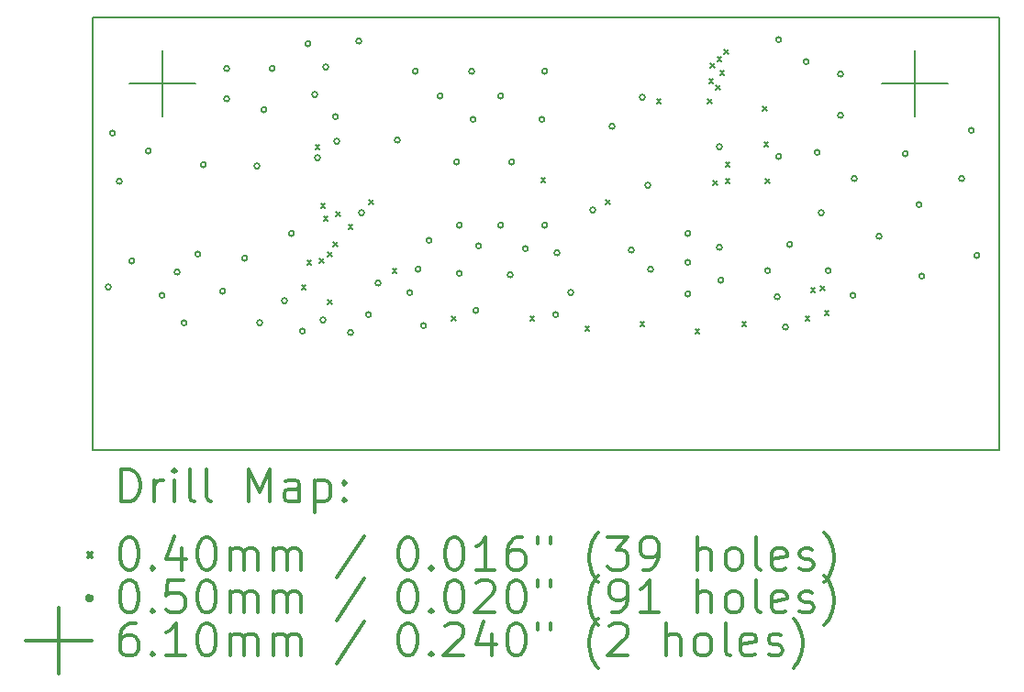
<source format=gbr>
%FSLAX45Y45*%
G04 Gerber Fmt 4.5, Leading zero omitted, Abs format (unit mm)*
G04 Created by KiCad (PCBNEW 4.0.7) date 07/02/21 11:45:39*
%MOMM*%
%LPD*%
G01*
G04 APERTURE LIST*
%ADD10C,0.127000*%
%ADD11C,0.150000*%
%ADD12C,0.200000*%
%ADD13C,0.300000*%
G04 APERTURE END LIST*
D10*
D11*
X8360000Y-4000000D02*
X0Y-4000000D01*
X8360000Y0D02*
X8360000Y-4000000D01*
X0Y0D02*
X8360000Y0D01*
X0Y-4000000D02*
X0Y0D01*
D12*
X1925300Y-2471300D02*
X1965300Y-2511300D01*
X1965300Y-2471300D02*
X1925300Y-2511300D01*
X1976100Y-2242700D02*
X2016100Y-2282700D01*
X2016100Y-2242700D02*
X1976100Y-2282700D01*
X2052300Y-1175900D02*
X2092300Y-1215900D01*
X2092300Y-1175900D02*
X2052300Y-1215900D01*
X2090400Y-2230000D02*
X2130400Y-2270000D01*
X2130400Y-2230000D02*
X2090400Y-2270000D01*
X2103100Y-1722000D02*
X2143100Y-1762000D01*
X2143100Y-1722000D02*
X2103100Y-1762000D01*
X2128500Y-1836300D02*
X2168500Y-1876300D01*
X2168500Y-1836300D02*
X2128500Y-1876300D01*
X2166600Y-2166500D02*
X2206600Y-2206500D01*
X2206600Y-2166500D02*
X2166600Y-2206500D01*
X2166600Y-2611000D02*
X2206600Y-2651000D01*
X2206600Y-2611000D02*
X2166600Y-2651000D01*
X2217400Y-2077600D02*
X2257400Y-2117600D01*
X2257400Y-2077600D02*
X2217400Y-2117600D01*
X2242800Y-1798200D02*
X2282800Y-1838200D01*
X2282800Y-1798200D02*
X2242800Y-1838200D01*
X2357100Y-1912500D02*
X2397100Y-1952500D01*
X2397100Y-1912500D02*
X2357100Y-1952500D01*
X2547600Y-1683900D02*
X2587600Y-1723900D01*
X2587600Y-1683900D02*
X2547600Y-1723900D01*
X2763500Y-2318900D02*
X2803500Y-2358900D01*
X2803500Y-2318900D02*
X2763500Y-2358900D01*
X3309600Y-2763400D02*
X3349600Y-2803400D01*
X3349600Y-2763400D02*
X3309600Y-2803400D01*
X4033500Y-2763400D02*
X4073500Y-2803400D01*
X4073500Y-2763400D02*
X4033500Y-2803400D01*
X4135100Y-1480700D02*
X4175100Y-1520700D01*
X4175100Y-1480700D02*
X4135100Y-1520700D01*
X4541500Y-2852300D02*
X4581500Y-2892300D01*
X4581500Y-2852300D02*
X4541500Y-2892300D01*
X4732000Y-1683900D02*
X4772000Y-1723900D01*
X4772000Y-1683900D02*
X4732000Y-1723900D01*
X5049500Y-2814200D02*
X5089500Y-2854200D01*
X5089500Y-2814200D02*
X5049500Y-2854200D01*
X5201900Y-756800D02*
X5241900Y-796800D01*
X5241900Y-756800D02*
X5201900Y-796800D01*
X5557500Y-2877700D02*
X5597500Y-2917700D01*
X5597500Y-2877700D02*
X5557500Y-2917700D01*
X5671800Y-756800D02*
X5711800Y-796800D01*
X5711800Y-756800D02*
X5671800Y-796800D01*
X5684500Y-566300D02*
X5724500Y-606300D01*
X5724500Y-566300D02*
X5684500Y-606300D01*
X5697200Y-426600D02*
X5737200Y-466600D01*
X5737200Y-426600D02*
X5697200Y-466600D01*
X5722600Y-1506100D02*
X5762600Y-1546100D01*
X5762600Y-1506100D02*
X5722600Y-1546100D01*
X5748000Y-629800D02*
X5788000Y-669800D01*
X5788000Y-629800D02*
X5748000Y-669800D01*
X5760700Y-363100D02*
X5800700Y-403100D01*
X5800700Y-363100D02*
X5760700Y-403100D01*
X5786100Y-490100D02*
X5826100Y-530100D01*
X5826100Y-490100D02*
X5786100Y-530100D01*
X5824200Y-299600D02*
X5864200Y-339600D01*
X5864200Y-299600D02*
X5824200Y-339600D01*
X5836900Y-1341000D02*
X5876900Y-1381000D01*
X5876900Y-1341000D02*
X5836900Y-1381000D01*
X5836900Y-1493400D02*
X5876900Y-1533400D01*
X5876900Y-1493400D02*
X5836900Y-1533400D01*
X5989300Y-2814200D02*
X6029300Y-2854200D01*
X6029300Y-2814200D02*
X5989300Y-2854200D01*
X6179800Y-820300D02*
X6219800Y-860300D01*
X6219800Y-820300D02*
X6179800Y-860300D01*
X6192500Y-1150500D02*
X6232500Y-1190500D01*
X6232500Y-1150500D02*
X6192500Y-1190500D01*
X6205200Y-1493400D02*
X6245200Y-1533400D01*
X6245200Y-1493400D02*
X6205200Y-1533400D01*
X6573500Y-2763400D02*
X6613500Y-2803400D01*
X6613500Y-2763400D02*
X6573500Y-2803400D01*
X6624300Y-2496700D02*
X6664300Y-2536700D01*
X6664300Y-2496700D02*
X6624300Y-2536700D01*
X6713200Y-2484000D02*
X6753200Y-2524000D01*
X6753200Y-2484000D02*
X6713200Y-2524000D01*
X6751300Y-2712600D02*
X6791300Y-2752600D01*
X6791300Y-2712600D02*
X6751300Y-2752600D01*
X166900Y-2491300D02*
G75*
G03X166900Y-2491300I-25000J0D01*
G01*
X205000Y-1068900D02*
G75*
G03X205000Y-1068900I-25000J0D01*
G01*
X268500Y-1513400D02*
G75*
G03X268500Y-1513400I-25000J0D01*
G01*
X382800Y-2250000D02*
G75*
G03X382800Y-2250000I-25000J0D01*
G01*
X535200Y-1234000D02*
G75*
G03X535200Y-1234000I-25000J0D01*
G01*
X662200Y-2567500D02*
G75*
G03X662200Y-2567500I-25000J0D01*
G01*
X801900Y-2351600D02*
G75*
G03X801900Y-2351600I-25000J0D01*
G01*
X865400Y-2821500D02*
G75*
G03X865400Y-2821500I-25000J0D01*
G01*
X992400Y-2186500D02*
G75*
G03X992400Y-2186500I-25000J0D01*
G01*
X1043200Y-1361000D02*
G75*
G03X1043200Y-1361000I-25000J0D01*
G01*
X1221000Y-2529400D02*
G75*
G03X1221000Y-2529400I-25000J0D01*
G01*
X1259100Y-472000D02*
G75*
G03X1259100Y-472000I-25000J0D01*
G01*
X1259100Y-751400D02*
G75*
G03X1259100Y-751400I-25000J0D01*
G01*
X1424200Y-2224600D02*
G75*
G03X1424200Y-2224600I-25000J0D01*
G01*
X1538500Y-1373700D02*
G75*
G03X1538500Y-1373700I-25000J0D01*
G01*
X1563900Y-2821500D02*
G75*
G03X1563900Y-2821500I-25000J0D01*
G01*
X1602000Y-853000D02*
G75*
G03X1602000Y-853000I-25000J0D01*
G01*
X1678200Y-472000D02*
G75*
G03X1678200Y-472000I-25000J0D01*
G01*
X1792500Y-2618300D02*
G75*
G03X1792500Y-2618300I-25000J0D01*
G01*
X1856000Y-1996000D02*
G75*
G03X1856000Y-1996000I-25000J0D01*
G01*
X1957600Y-2897700D02*
G75*
G03X1957600Y-2897700I-25000J0D01*
G01*
X2008400Y-243400D02*
G75*
G03X2008400Y-243400I-25000J0D01*
G01*
X2071900Y-713300D02*
G75*
G03X2071900Y-713300I-25000J0D01*
G01*
X2097300Y-1297500D02*
G75*
G03X2097300Y-1297500I-25000J0D01*
G01*
X2148100Y-2796100D02*
G75*
G03X2148100Y-2796100I-25000J0D01*
G01*
X2173500Y-459300D02*
G75*
G03X2173500Y-459300I-25000J0D01*
G01*
X2262400Y-916500D02*
G75*
G03X2262400Y-916500I-25000J0D01*
G01*
X2275100Y-1145100D02*
G75*
G03X2275100Y-1145100I-25000J0D01*
G01*
X2402100Y-2910400D02*
G75*
G03X2402100Y-2910400I-25000J0D01*
G01*
X2478300Y-218000D02*
G75*
G03X2478300Y-218000I-25000J0D01*
G01*
X2503700Y-1805500D02*
G75*
G03X2503700Y-1805500I-25000J0D01*
G01*
X2567200Y-2745300D02*
G75*
G03X2567200Y-2745300I-25000J0D01*
G01*
X2656100Y-2453200D02*
G75*
G03X2656100Y-2453200I-25000J0D01*
G01*
X2833900Y-1132400D02*
G75*
G03X2833900Y-1132400I-25000J0D01*
G01*
X2948200Y-2542100D02*
G75*
G03X2948200Y-2542100I-25000J0D01*
G01*
X2999000Y-497400D02*
G75*
G03X2999000Y-497400I-25000J0D01*
G01*
X3024400Y-2326200D02*
G75*
G03X3024400Y-2326200I-25000J0D01*
G01*
X3075200Y-2846900D02*
G75*
G03X3075200Y-2846900I-25000J0D01*
G01*
X3126000Y-2059500D02*
G75*
G03X3126000Y-2059500I-25000J0D01*
G01*
X3227600Y-726000D02*
G75*
G03X3227600Y-726000I-25000J0D01*
G01*
X3380000Y-1335600D02*
G75*
G03X3380000Y-1335600I-25000J0D01*
G01*
X3405400Y-1919800D02*
G75*
G03X3405400Y-1919800I-25000J0D01*
G01*
X3405400Y-2364300D02*
G75*
G03X3405400Y-2364300I-25000J0D01*
G01*
X3519700Y-497400D02*
G75*
G03X3519700Y-497400I-25000J0D01*
G01*
X3532400Y-941900D02*
G75*
G03X3532400Y-941900I-25000J0D01*
G01*
X3557800Y-2707200D02*
G75*
G03X3557800Y-2707200I-25000J0D01*
G01*
X3583200Y-2110300D02*
G75*
G03X3583200Y-2110300I-25000J0D01*
G01*
X3786400Y-726000D02*
G75*
G03X3786400Y-726000I-25000J0D01*
G01*
X3786400Y-1919800D02*
G75*
G03X3786400Y-1919800I-25000J0D01*
G01*
X3875300Y-2377000D02*
G75*
G03X3875300Y-2377000I-25000J0D01*
G01*
X3888000Y-1335600D02*
G75*
G03X3888000Y-1335600I-25000J0D01*
G01*
X4015000Y-2135700D02*
G75*
G03X4015000Y-2135700I-25000J0D01*
G01*
X4167400Y-941900D02*
G75*
G03X4167400Y-941900I-25000J0D01*
G01*
X4192800Y-497400D02*
G75*
G03X4192800Y-497400I-25000J0D01*
G01*
X4192800Y-1919800D02*
G75*
G03X4192800Y-1919800I-25000J0D01*
G01*
X4294400Y-2745300D02*
G75*
G03X4294400Y-2745300I-25000J0D01*
G01*
X4307100Y-2173800D02*
G75*
G03X4307100Y-2173800I-25000J0D01*
G01*
X4434100Y-2542100D02*
G75*
G03X4434100Y-2542100I-25000J0D01*
G01*
X4637300Y-1780100D02*
G75*
G03X4637300Y-1780100I-25000J0D01*
G01*
X4815100Y-1005400D02*
G75*
G03X4815100Y-1005400I-25000J0D01*
G01*
X4992900Y-2148400D02*
G75*
G03X4992900Y-2148400I-25000J0D01*
G01*
X5094500Y-738700D02*
G75*
G03X5094500Y-738700I-25000J0D01*
G01*
X5145300Y-1551500D02*
G75*
G03X5145300Y-1551500I-25000J0D01*
G01*
X5170700Y-2326200D02*
G75*
G03X5170700Y-2326200I-25000J0D01*
G01*
X5513600Y-1996000D02*
G75*
G03X5513600Y-1996000I-25000J0D01*
G01*
X5513600Y-2262700D02*
G75*
G03X5513600Y-2262700I-25000J0D01*
G01*
X5513600Y-2554800D02*
G75*
G03X5513600Y-2554800I-25000J0D01*
G01*
X5805700Y-1195900D02*
G75*
G03X5805700Y-1195900I-25000J0D01*
G01*
X5805700Y-2123000D02*
G75*
G03X5805700Y-2123000I-25000J0D01*
G01*
X5818400Y-2427800D02*
G75*
G03X5818400Y-2427800I-25000J0D01*
G01*
X6250200Y-2338900D02*
G75*
G03X6250200Y-2338900I-25000J0D01*
G01*
X6339100Y-2580200D02*
G75*
G03X6339100Y-2580200I-25000J0D01*
G01*
X6351800Y-205300D02*
G75*
G03X6351800Y-205300I-25000J0D01*
G01*
X6351800Y-1284800D02*
G75*
G03X6351800Y-1284800I-25000J0D01*
G01*
X6415300Y-2859600D02*
G75*
G03X6415300Y-2859600I-25000J0D01*
G01*
X6453400Y-2097600D02*
G75*
G03X6453400Y-2097600I-25000J0D01*
G01*
X6605800Y-408500D02*
G75*
G03X6605800Y-408500I-25000J0D01*
G01*
X6707400Y-1246700D02*
G75*
G03X6707400Y-1246700I-25000J0D01*
G01*
X6745500Y-1805500D02*
G75*
G03X6745500Y-1805500I-25000J0D01*
G01*
X6809000Y-2338900D02*
G75*
G03X6809000Y-2338900I-25000J0D01*
G01*
X6923300Y-522800D02*
G75*
G03X6923300Y-522800I-25000J0D01*
G01*
X6923300Y-903800D02*
G75*
G03X6923300Y-903800I-25000J0D01*
G01*
X7037600Y-2567500D02*
G75*
G03X7037600Y-2567500I-25000J0D01*
G01*
X7050300Y-1488000D02*
G75*
G03X7050300Y-1488000I-25000J0D01*
G01*
X7278900Y-2021400D02*
G75*
G03X7278900Y-2021400I-25000J0D01*
G01*
X7520200Y-1259400D02*
G75*
G03X7520200Y-1259400I-25000J0D01*
G01*
X7647200Y-1729300D02*
G75*
G03X7647200Y-1729300I-25000J0D01*
G01*
X7672600Y-2389700D02*
G75*
G03X7672600Y-2389700I-25000J0D01*
G01*
X8040900Y-1488000D02*
G75*
G03X8040900Y-1488000I-25000J0D01*
G01*
X8129800Y-1043500D02*
G75*
G03X8129800Y-1043500I-25000J0D01*
G01*
X8180600Y-2199200D02*
G75*
G03X8180600Y-2199200I-25000J0D01*
G01*
X640000Y-305000D02*
X640000Y-915000D01*
X335000Y-610000D02*
X945000Y-610000D01*
X7580000Y-305000D02*
X7580000Y-915000D01*
X7275000Y-610000D02*
X7885000Y-610000D01*
D13*
X263929Y-4473214D02*
X263929Y-4173214D01*
X335357Y-4173214D01*
X378214Y-4187500D01*
X406786Y-4216072D01*
X421071Y-4244643D01*
X435357Y-4301786D01*
X435357Y-4344643D01*
X421071Y-4401786D01*
X406786Y-4430357D01*
X378214Y-4458929D01*
X335357Y-4473214D01*
X263929Y-4473214D01*
X563929Y-4473214D02*
X563929Y-4273214D01*
X563929Y-4330357D02*
X578214Y-4301786D01*
X592500Y-4287500D01*
X621071Y-4273214D01*
X649643Y-4273214D01*
X749643Y-4473214D02*
X749643Y-4273214D01*
X749643Y-4173214D02*
X735357Y-4187500D01*
X749643Y-4201786D01*
X763928Y-4187500D01*
X749643Y-4173214D01*
X749643Y-4201786D01*
X935357Y-4473214D02*
X906786Y-4458929D01*
X892500Y-4430357D01*
X892500Y-4173214D01*
X1092500Y-4473214D02*
X1063929Y-4458929D01*
X1049643Y-4430357D01*
X1049643Y-4173214D01*
X1435357Y-4473214D02*
X1435357Y-4173214D01*
X1535357Y-4387500D01*
X1635357Y-4173214D01*
X1635357Y-4473214D01*
X1906786Y-4473214D02*
X1906786Y-4316072D01*
X1892500Y-4287500D01*
X1863928Y-4273214D01*
X1806786Y-4273214D01*
X1778214Y-4287500D01*
X1906786Y-4458929D02*
X1878214Y-4473214D01*
X1806786Y-4473214D01*
X1778214Y-4458929D01*
X1763928Y-4430357D01*
X1763928Y-4401786D01*
X1778214Y-4373214D01*
X1806786Y-4358929D01*
X1878214Y-4358929D01*
X1906786Y-4344643D01*
X2049643Y-4273214D02*
X2049643Y-4573214D01*
X2049643Y-4287500D02*
X2078214Y-4273214D01*
X2135357Y-4273214D01*
X2163929Y-4287500D01*
X2178214Y-4301786D01*
X2192500Y-4330357D01*
X2192500Y-4416072D01*
X2178214Y-4444643D01*
X2163929Y-4458929D01*
X2135357Y-4473214D01*
X2078214Y-4473214D01*
X2049643Y-4458929D01*
X2321071Y-4444643D02*
X2335357Y-4458929D01*
X2321071Y-4473214D01*
X2306786Y-4458929D01*
X2321071Y-4444643D01*
X2321071Y-4473214D01*
X2321071Y-4287500D02*
X2335357Y-4301786D01*
X2321071Y-4316072D01*
X2306786Y-4301786D01*
X2321071Y-4287500D01*
X2321071Y-4316072D01*
X-47500Y-4947500D02*
X-7500Y-4987500D01*
X-7500Y-4947500D02*
X-47500Y-4987500D01*
X321071Y-4803214D02*
X349643Y-4803214D01*
X378214Y-4817500D01*
X392500Y-4831786D01*
X406786Y-4860357D01*
X421071Y-4917500D01*
X421071Y-4988929D01*
X406786Y-5046072D01*
X392500Y-5074643D01*
X378214Y-5088929D01*
X349643Y-5103214D01*
X321071Y-5103214D01*
X292500Y-5088929D01*
X278214Y-5074643D01*
X263929Y-5046072D01*
X249643Y-4988929D01*
X249643Y-4917500D01*
X263929Y-4860357D01*
X278214Y-4831786D01*
X292500Y-4817500D01*
X321071Y-4803214D01*
X549643Y-5074643D02*
X563929Y-5088929D01*
X549643Y-5103214D01*
X535357Y-5088929D01*
X549643Y-5074643D01*
X549643Y-5103214D01*
X821071Y-4903214D02*
X821071Y-5103214D01*
X749643Y-4788929D02*
X678214Y-5003214D01*
X863928Y-5003214D01*
X1035357Y-4803214D02*
X1063929Y-4803214D01*
X1092500Y-4817500D01*
X1106786Y-4831786D01*
X1121071Y-4860357D01*
X1135357Y-4917500D01*
X1135357Y-4988929D01*
X1121071Y-5046072D01*
X1106786Y-5074643D01*
X1092500Y-5088929D01*
X1063929Y-5103214D01*
X1035357Y-5103214D01*
X1006786Y-5088929D01*
X992500Y-5074643D01*
X978214Y-5046072D01*
X963928Y-4988929D01*
X963928Y-4917500D01*
X978214Y-4860357D01*
X992500Y-4831786D01*
X1006786Y-4817500D01*
X1035357Y-4803214D01*
X1263929Y-5103214D02*
X1263929Y-4903214D01*
X1263929Y-4931786D02*
X1278214Y-4917500D01*
X1306786Y-4903214D01*
X1349643Y-4903214D01*
X1378214Y-4917500D01*
X1392500Y-4946072D01*
X1392500Y-5103214D01*
X1392500Y-4946072D02*
X1406786Y-4917500D01*
X1435357Y-4903214D01*
X1478214Y-4903214D01*
X1506786Y-4917500D01*
X1521071Y-4946072D01*
X1521071Y-5103214D01*
X1663928Y-5103214D02*
X1663928Y-4903214D01*
X1663928Y-4931786D02*
X1678214Y-4917500D01*
X1706786Y-4903214D01*
X1749643Y-4903214D01*
X1778214Y-4917500D01*
X1792500Y-4946072D01*
X1792500Y-5103214D01*
X1792500Y-4946072D02*
X1806786Y-4917500D01*
X1835357Y-4903214D01*
X1878214Y-4903214D01*
X1906786Y-4917500D01*
X1921071Y-4946072D01*
X1921071Y-5103214D01*
X2506786Y-4788929D02*
X2249643Y-5174643D01*
X2892500Y-4803214D02*
X2921071Y-4803214D01*
X2949643Y-4817500D01*
X2963928Y-4831786D01*
X2978214Y-4860357D01*
X2992500Y-4917500D01*
X2992500Y-4988929D01*
X2978214Y-5046072D01*
X2963928Y-5074643D01*
X2949643Y-5088929D01*
X2921071Y-5103214D01*
X2892500Y-5103214D01*
X2863928Y-5088929D01*
X2849643Y-5074643D01*
X2835357Y-5046072D01*
X2821071Y-4988929D01*
X2821071Y-4917500D01*
X2835357Y-4860357D01*
X2849643Y-4831786D01*
X2863928Y-4817500D01*
X2892500Y-4803214D01*
X3121071Y-5074643D02*
X3135357Y-5088929D01*
X3121071Y-5103214D01*
X3106786Y-5088929D01*
X3121071Y-5074643D01*
X3121071Y-5103214D01*
X3321071Y-4803214D02*
X3349643Y-4803214D01*
X3378214Y-4817500D01*
X3392500Y-4831786D01*
X3406785Y-4860357D01*
X3421071Y-4917500D01*
X3421071Y-4988929D01*
X3406785Y-5046072D01*
X3392500Y-5074643D01*
X3378214Y-5088929D01*
X3349643Y-5103214D01*
X3321071Y-5103214D01*
X3292500Y-5088929D01*
X3278214Y-5074643D01*
X3263928Y-5046072D01*
X3249643Y-4988929D01*
X3249643Y-4917500D01*
X3263928Y-4860357D01*
X3278214Y-4831786D01*
X3292500Y-4817500D01*
X3321071Y-4803214D01*
X3706785Y-5103214D02*
X3535357Y-5103214D01*
X3621071Y-5103214D02*
X3621071Y-4803214D01*
X3592500Y-4846072D01*
X3563928Y-4874643D01*
X3535357Y-4888929D01*
X3963928Y-4803214D02*
X3906785Y-4803214D01*
X3878214Y-4817500D01*
X3863928Y-4831786D01*
X3835357Y-4874643D01*
X3821071Y-4931786D01*
X3821071Y-5046072D01*
X3835357Y-5074643D01*
X3849643Y-5088929D01*
X3878214Y-5103214D01*
X3935357Y-5103214D01*
X3963928Y-5088929D01*
X3978214Y-5074643D01*
X3992500Y-5046072D01*
X3992500Y-4974643D01*
X3978214Y-4946072D01*
X3963928Y-4931786D01*
X3935357Y-4917500D01*
X3878214Y-4917500D01*
X3849643Y-4931786D01*
X3835357Y-4946072D01*
X3821071Y-4974643D01*
X4106786Y-4803214D02*
X4106786Y-4860357D01*
X4221071Y-4803214D02*
X4221071Y-4860357D01*
X4663928Y-5217500D02*
X4649643Y-5203214D01*
X4621071Y-5160357D01*
X4606786Y-5131786D01*
X4592500Y-5088929D01*
X4578214Y-5017500D01*
X4578214Y-4960357D01*
X4592500Y-4888929D01*
X4606786Y-4846072D01*
X4621071Y-4817500D01*
X4649643Y-4774643D01*
X4663928Y-4760357D01*
X4749643Y-4803214D02*
X4935357Y-4803214D01*
X4835357Y-4917500D01*
X4878214Y-4917500D01*
X4906786Y-4931786D01*
X4921071Y-4946072D01*
X4935357Y-4974643D01*
X4935357Y-5046072D01*
X4921071Y-5074643D01*
X4906786Y-5088929D01*
X4878214Y-5103214D01*
X4792500Y-5103214D01*
X4763928Y-5088929D01*
X4749643Y-5074643D01*
X5078214Y-5103214D02*
X5135357Y-5103214D01*
X5163928Y-5088929D01*
X5178214Y-5074643D01*
X5206786Y-5031786D01*
X5221071Y-4974643D01*
X5221071Y-4860357D01*
X5206786Y-4831786D01*
X5192500Y-4817500D01*
X5163928Y-4803214D01*
X5106786Y-4803214D01*
X5078214Y-4817500D01*
X5063928Y-4831786D01*
X5049643Y-4860357D01*
X5049643Y-4931786D01*
X5063928Y-4960357D01*
X5078214Y-4974643D01*
X5106786Y-4988929D01*
X5163928Y-4988929D01*
X5192500Y-4974643D01*
X5206786Y-4960357D01*
X5221071Y-4931786D01*
X5578214Y-5103214D02*
X5578214Y-4803214D01*
X5706785Y-5103214D02*
X5706785Y-4946072D01*
X5692500Y-4917500D01*
X5663928Y-4903214D01*
X5621071Y-4903214D01*
X5592500Y-4917500D01*
X5578214Y-4931786D01*
X5892500Y-5103214D02*
X5863928Y-5088929D01*
X5849643Y-5074643D01*
X5835357Y-5046072D01*
X5835357Y-4960357D01*
X5849643Y-4931786D01*
X5863928Y-4917500D01*
X5892500Y-4903214D01*
X5935357Y-4903214D01*
X5963928Y-4917500D01*
X5978214Y-4931786D01*
X5992500Y-4960357D01*
X5992500Y-5046072D01*
X5978214Y-5074643D01*
X5963928Y-5088929D01*
X5935357Y-5103214D01*
X5892500Y-5103214D01*
X6163928Y-5103214D02*
X6135357Y-5088929D01*
X6121071Y-5060357D01*
X6121071Y-4803214D01*
X6392500Y-5088929D02*
X6363928Y-5103214D01*
X6306786Y-5103214D01*
X6278214Y-5088929D01*
X6263928Y-5060357D01*
X6263928Y-4946072D01*
X6278214Y-4917500D01*
X6306786Y-4903214D01*
X6363928Y-4903214D01*
X6392500Y-4917500D01*
X6406786Y-4946072D01*
X6406786Y-4974643D01*
X6263928Y-5003214D01*
X6521071Y-5088929D02*
X6549643Y-5103214D01*
X6606786Y-5103214D01*
X6635357Y-5088929D01*
X6649643Y-5060357D01*
X6649643Y-5046072D01*
X6635357Y-5017500D01*
X6606786Y-5003214D01*
X6563928Y-5003214D01*
X6535357Y-4988929D01*
X6521071Y-4960357D01*
X6521071Y-4946072D01*
X6535357Y-4917500D01*
X6563928Y-4903214D01*
X6606786Y-4903214D01*
X6635357Y-4917500D01*
X6749643Y-5217500D02*
X6763928Y-5203214D01*
X6792500Y-5160357D01*
X6806786Y-5131786D01*
X6821071Y-5088929D01*
X6835357Y-5017500D01*
X6835357Y-4960357D01*
X6821071Y-4888929D01*
X6806786Y-4846072D01*
X6792500Y-4817500D01*
X6763928Y-4774643D01*
X6749643Y-4760357D01*
X-7500Y-5363500D02*
G75*
G03X-7500Y-5363500I-25000J0D01*
G01*
X321071Y-5199214D02*
X349643Y-5199214D01*
X378214Y-5213500D01*
X392500Y-5227786D01*
X406786Y-5256357D01*
X421071Y-5313500D01*
X421071Y-5384929D01*
X406786Y-5442072D01*
X392500Y-5470643D01*
X378214Y-5484929D01*
X349643Y-5499214D01*
X321071Y-5499214D01*
X292500Y-5484929D01*
X278214Y-5470643D01*
X263929Y-5442072D01*
X249643Y-5384929D01*
X249643Y-5313500D01*
X263929Y-5256357D01*
X278214Y-5227786D01*
X292500Y-5213500D01*
X321071Y-5199214D01*
X549643Y-5470643D02*
X563929Y-5484929D01*
X549643Y-5499214D01*
X535357Y-5484929D01*
X549643Y-5470643D01*
X549643Y-5499214D01*
X835357Y-5199214D02*
X692500Y-5199214D01*
X678214Y-5342072D01*
X692500Y-5327786D01*
X721071Y-5313500D01*
X792500Y-5313500D01*
X821071Y-5327786D01*
X835357Y-5342072D01*
X849643Y-5370643D01*
X849643Y-5442072D01*
X835357Y-5470643D01*
X821071Y-5484929D01*
X792500Y-5499214D01*
X721071Y-5499214D01*
X692500Y-5484929D01*
X678214Y-5470643D01*
X1035357Y-5199214D02*
X1063929Y-5199214D01*
X1092500Y-5213500D01*
X1106786Y-5227786D01*
X1121071Y-5256357D01*
X1135357Y-5313500D01*
X1135357Y-5384929D01*
X1121071Y-5442072D01*
X1106786Y-5470643D01*
X1092500Y-5484929D01*
X1063929Y-5499214D01*
X1035357Y-5499214D01*
X1006786Y-5484929D01*
X992500Y-5470643D01*
X978214Y-5442072D01*
X963928Y-5384929D01*
X963928Y-5313500D01*
X978214Y-5256357D01*
X992500Y-5227786D01*
X1006786Y-5213500D01*
X1035357Y-5199214D01*
X1263929Y-5499214D02*
X1263929Y-5299214D01*
X1263929Y-5327786D02*
X1278214Y-5313500D01*
X1306786Y-5299214D01*
X1349643Y-5299214D01*
X1378214Y-5313500D01*
X1392500Y-5342072D01*
X1392500Y-5499214D01*
X1392500Y-5342072D02*
X1406786Y-5313500D01*
X1435357Y-5299214D01*
X1478214Y-5299214D01*
X1506786Y-5313500D01*
X1521071Y-5342072D01*
X1521071Y-5499214D01*
X1663928Y-5499214D02*
X1663928Y-5299214D01*
X1663928Y-5327786D02*
X1678214Y-5313500D01*
X1706786Y-5299214D01*
X1749643Y-5299214D01*
X1778214Y-5313500D01*
X1792500Y-5342072D01*
X1792500Y-5499214D01*
X1792500Y-5342072D02*
X1806786Y-5313500D01*
X1835357Y-5299214D01*
X1878214Y-5299214D01*
X1906786Y-5313500D01*
X1921071Y-5342072D01*
X1921071Y-5499214D01*
X2506786Y-5184929D02*
X2249643Y-5570643D01*
X2892500Y-5199214D02*
X2921071Y-5199214D01*
X2949643Y-5213500D01*
X2963928Y-5227786D01*
X2978214Y-5256357D01*
X2992500Y-5313500D01*
X2992500Y-5384929D01*
X2978214Y-5442072D01*
X2963928Y-5470643D01*
X2949643Y-5484929D01*
X2921071Y-5499214D01*
X2892500Y-5499214D01*
X2863928Y-5484929D01*
X2849643Y-5470643D01*
X2835357Y-5442072D01*
X2821071Y-5384929D01*
X2821071Y-5313500D01*
X2835357Y-5256357D01*
X2849643Y-5227786D01*
X2863928Y-5213500D01*
X2892500Y-5199214D01*
X3121071Y-5470643D02*
X3135357Y-5484929D01*
X3121071Y-5499214D01*
X3106786Y-5484929D01*
X3121071Y-5470643D01*
X3121071Y-5499214D01*
X3321071Y-5199214D02*
X3349643Y-5199214D01*
X3378214Y-5213500D01*
X3392500Y-5227786D01*
X3406785Y-5256357D01*
X3421071Y-5313500D01*
X3421071Y-5384929D01*
X3406785Y-5442072D01*
X3392500Y-5470643D01*
X3378214Y-5484929D01*
X3349643Y-5499214D01*
X3321071Y-5499214D01*
X3292500Y-5484929D01*
X3278214Y-5470643D01*
X3263928Y-5442072D01*
X3249643Y-5384929D01*
X3249643Y-5313500D01*
X3263928Y-5256357D01*
X3278214Y-5227786D01*
X3292500Y-5213500D01*
X3321071Y-5199214D01*
X3535357Y-5227786D02*
X3549643Y-5213500D01*
X3578214Y-5199214D01*
X3649643Y-5199214D01*
X3678214Y-5213500D01*
X3692500Y-5227786D01*
X3706785Y-5256357D01*
X3706785Y-5284929D01*
X3692500Y-5327786D01*
X3521071Y-5499214D01*
X3706785Y-5499214D01*
X3892500Y-5199214D02*
X3921071Y-5199214D01*
X3949643Y-5213500D01*
X3963928Y-5227786D01*
X3978214Y-5256357D01*
X3992500Y-5313500D01*
X3992500Y-5384929D01*
X3978214Y-5442072D01*
X3963928Y-5470643D01*
X3949643Y-5484929D01*
X3921071Y-5499214D01*
X3892500Y-5499214D01*
X3863928Y-5484929D01*
X3849643Y-5470643D01*
X3835357Y-5442072D01*
X3821071Y-5384929D01*
X3821071Y-5313500D01*
X3835357Y-5256357D01*
X3849643Y-5227786D01*
X3863928Y-5213500D01*
X3892500Y-5199214D01*
X4106786Y-5199214D02*
X4106786Y-5256357D01*
X4221071Y-5199214D02*
X4221071Y-5256357D01*
X4663928Y-5613500D02*
X4649643Y-5599214D01*
X4621071Y-5556357D01*
X4606786Y-5527786D01*
X4592500Y-5484929D01*
X4578214Y-5413500D01*
X4578214Y-5356357D01*
X4592500Y-5284929D01*
X4606786Y-5242072D01*
X4621071Y-5213500D01*
X4649643Y-5170643D01*
X4663928Y-5156357D01*
X4792500Y-5499214D02*
X4849643Y-5499214D01*
X4878214Y-5484929D01*
X4892500Y-5470643D01*
X4921071Y-5427786D01*
X4935357Y-5370643D01*
X4935357Y-5256357D01*
X4921071Y-5227786D01*
X4906786Y-5213500D01*
X4878214Y-5199214D01*
X4821071Y-5199214D01*
X4792500Y-5213500D01*
X4778214Y-5227786D01*
X4763928Y-5256357D01*
X4763928Y-5327786D01*
X4778214Y-5356357D01*
X4792500Y-5370643D01*
X4821071Y-5384929D01*
X4878214Y-5384929D01*
X4906786Y-5370643D01*
X4921071Y-5356357D01*
X4935357Y-5327786D01*
X5221071Y-5499214D02*
X5049643Y-5499214D01*
X5135357Y-5499214D02*
X5135357Y-5199214D01*
X5106786Y-5242072D01*
X5078214Y-5270643D01*
X5049643Y-5284929D01*
X5578214Y-5499214D02*
X5578214Y-5199214D01*
X5706785Y-5499214D02*
X5706785Y-5342072D01*
X5692500Y-5313500D01*
X5663928Y-5299214D01*
X5621071Y-5299214D01*
X5592500Y-5313500D01*
X5578214Y-5327786D01*
X5892500Y-5499214D02*
X5863928Y-5484929D01*
X5849643Y-5470643D01*
X5835357Y-5442072D01*
X5835357Y-5356357D01*
X5849643Y-5327786D01*
X5863928Y-5313500D01*
X5892500Y-5299214D01*
X5935357Y-5299214D01*
X5963928Y-5313500D01*
X5978214Y-5327786D01*
X5992500Y-5356357D01*
X5992500Y-5442072D01*
X5978214Y-5470643D01*
X5963928Y-5484929D01*
X5935357Y-5499214D01*
X5892500Y-5499214D01*
X6163928Y-5499214D02*
X6135357Y-5484929D01*
X6121071Y-5456357D01*
X6121071Y-5199214D01*
X6392500Y-5484929D02*
X6363928Y-5499214D01*
X6306786Y-5499214D01*
X6278214Y-5484929D01*
X6263928Y-5456357D01*
X6263928Y-5342072D01*
X6278214Y-5313500D01*
X6306786Y-5299214D01*
X6363928Y-5299214D01*
X6392500Y-5313500D01*
X6406786Y-5342072D01*
X6406786Y-5370643D01*
X6263928Y-5399214D01*
X6521071Y-5484929D02*
X6549643Y-5499214D01*
X6606786Y-5499214D01*
X6635357Y-5484929D01*
X6649643Y-5456357D01*
X6649643Y-5442072D01*
X6635357Y-5413500D01*
X6606786Y-5399214D01*
X6563928Y-5399214D01*
X6535357Y-5384929D01*
X6521071Y-5356357D01*
X6521071Y-5342072D01*
X6535357Y-5313500D01*
X6563928Y-5299214D01*
X6606786Y-5299214D01*
X6635357Y-5313500D01*
X6749643Y-5613500D02*
X6763928Y-5599214D01*
X6792500Y-5556357D01*
X6806786Y-5527786D01*
X6821071Y-5484929D01*
X6835357Y-5413500D01*
X6835357Y-5356357D01*
X6821071Y-5284929D01*
X6806786Y-5242072D01*
X6792500Y-5213500D01*
X6763928Y-5170643D01*
X6749643Y-5156357D01*
X-312500Y-5454500D02*
X-312500Y-6064500D01*
X-617500Y-5759500D02*
X-7500Y-5759500D01*
X392500Y-5595214D02*
X335357Y-5595214D01*
X306786Y-5609500D01*
X292500Y-5623786D01*
X263929Y-5666643D01*
X249643Y-5723786D01*
X249643Y-5838071D01*
X263929Y-5866643D01*
X278214Y-5880929D01*
X306786Y-5895214D01*
X363928Y-5895214D01*
X392500Y-5880929D01*
X406786Y-5866643D01*
X421071Y-5838071D01*
X421071Y-5766643D01*
X406786Y-5738071D01*
X392500Y-5723786D01*
X363928Y-5709500D01*
X306786Y-5709500D01*
X278214Y-5723786D01*
X263929Y-5738071D01*
X249643Y-5766643D01*
X549643Y-5866643D02*
X563929Y-5880929D01*
X549643Y-5895214D01*
X535357Y-5880929D01*
X549643Y-5866643D01*
X549643Y-5895214D01*
X849643Y-5895214D02*
X678214Y-5895214D01*
X763928Y-5895214D02*
X763928Y-5595214D01*
X735357Y-5638071D01*
X706786Y-5666643D01*
X678214Y-5680929D01*
X1035357Y-5595214D02*
X1063929Y-5595214D01*
X1092500Y-5609500D01*
X1106786Y-5623786D01*
X1121071Y-5652357D01*
X1135357Y-5709500D01*
X1135357Y-5780929D01*
X1121071Y-5838071D01*
X1106786Y-5866643D01*
X1092500Y-5880929D01*
X1063929Y-5895214D01*
X1035357Y-5895214D01*
X1006786Y-5880929D01*
X992500Y-5866643D01*
X978214Y-5838071D01*
X963928Y-5780929D01*
X963928Y-5709500D01*
X978214Y-5652357D01*
X992500Y-5623786D01*
X1006786Y-5609500D01*
X1035357Y-5595214D01*
X1263929Y-5895214D02*
X1263929Y-5695214D01*
X1263929Y-5723786D02*
X1278214Y-5709500D01*
X1306786Y-5695214D01*
X1349643Y-5695214D01*
X1378214Y-5709500D01*
X1392500Y-5738071D01*
X1392500Y-5895214D01*
X1392500Y-5738071D02*
X1406786Y-5709500D01*
X1435357Y-5695214D01*
X1478214Y-5695214D01*
X1506786Y-5709500D01*
X1521071Y-5738071D01*
X1521071Y-5895214D01*
X1663928Y-5895214D02*
X1663928Y-5695214D01*
X1663928Y-5723786D02*
X1678214Y-5709500D01*
X1706786Y-5695214D01*
X1749643Y-5695214D01*
X1778214Y-5709500D01*
X1792500Y-5738071D01*
X1792500Y-5895214D01*
X1792500Y-5738071D02*
X1806786Y-5709500D01*
X1835357Y-5695214D01*
X1878214Y-5695214D01*
X1906786Y-5709500D01*
X1921071Y-5738071D01*
X1921071Y-5895214D01*
X2506786Y-5580929D02*
X2249643Y-5966643D01*
X2892500Y-5595214D02*
X2921071Y-5595214D01*
X2949643Y-5609500D01*
X2963928Y-5623786D01*
X2978214Y-5652357D01*
X2992500Y-5709500D01*
X2992500Y-5780929D01*
X2978214Y-5838071D01*
X2963928Y-5866643D01*
X2949643Y-5880929D01*
X2921071Y-5895214D01*
X2892500Y-5895214D01*
X2863928Y-5880929D01*
X2849643Y-5866643D01*
X2835357Y-5838071D01*
X2821071Y-5780929D01*
X2821071Y-5709500D01*
X2835357Y-5652357D01*
X2849643Y-5623786D01*
X2863928Y-5609500D01*
X2892500Y-5595214D01*
X3121071Y-5866643D02*
X3135357Y-5880929D01*
X3121071Y-5895214D01*
X3106786Y-5880929D01*
X3121071Y-5866643D01*
X3121071Y-5895214D01*
X3249643Y-5623786D02*
X3263928Y-5609500D01*
X3292500Y-5595214D01*
X3363928Y-5595214D01*
X3392500Y-5609500D01*
X3406785Y-5623786D01*
X3421071Y-5652357D01*
X3421071Y-5680929D01*
X3406785Y-5723786D01*
X3235357Y-5895214D01*
X3421071Y-5895214D01*
X3678214Y-5695214D02*
X3678214Y-5895214D01*
X3606785Y-5580929D02*
X3535357Y-5795214D01*
X3721071Y-5795214D01*
X3892500Y-5595214D02*
X3921071Y-5595214D01*
X3949643Y-5609500D01*
X3963928Y-5623786D01*
X3978214Y-5652357D01*
X3992500Y-5709500D01*
X3992500Y-5780929D01*
X3978214Y-5838071D01*
X3963928Y-5866643D01*
X3949643Y-5880929D01*
X3921071Y-5895214D01*
X3892500Y-5895214D01*
X3863928Y-5880929D01*
X3849643Y-5866643D01*
X3835357Y-5838071D01*
X3821071Y-5780929D01*
X3821071Y-5709500D01*
X3835357Y-5652357D01*
X3849643Y-5623786D01*
X3863928Y-5609500D01*
X3892500Y-5595214D01*
X4106786Y-5595214D02*
X4106786Y-5652357D01*
X4221071Y-5595214D02*
X4221071Y-5652357D01*
X4663928Y-6009500D02*
X4649643Y-5995214D01*
X4621071Y-5952357D01*
X4606786Y-5923786D01*
X4592500Y-5880929D01*
X4578214Y-5809500D01*
X4578214Y-5752357D01*
X4592500Y-5680929D01*
X4606786Y-5638071D01*
X4621071Y-5609500D01*
X4649643Y-5566643D01*
X4663928Y-5552357D01*
X4763928Y-5623786D02*
X4778214Y-5609500D01*
X4806786Y-5595214D01*
X4878214Y-5595214D01*
X4906786Y-5609500D01*
X4921071Y-5623786D01*
X4935357Y-5652357D01*
X4935357Y-5680929D01*
X4921071Y-5723786D01*
X4749643Y-5895214D01*
X4935357Y-5895214D01*
X5292500Y-5895214D02*
X5292500Y-5595214D01*
X5421071Y-5895214D02*
X5421071Y-5738071D01*
X5406786Y-5709500D01*
X5378214Y-5695214D01*
X5335357Y-5695214D01*
X5306786Y-5709500D01*
X5292500Y-5723786D01*
X5606785Y-5895214D02*
X5578214Y-5880929D01*
X5563928Y-5866643D01*
X5549643Y-5838071D01*
X5549643Y-5752357D01*
X5563928Y-5723786D01*
X5578214Y-5709500D01*
X5606785Y-5695214D01*
X5649643Y-5695214D01*
X5678214Y-5709500D01*
X5692500Y-5723786D01*
X5706785Y-5752357D01*
X5706785Y-5838071D01*
X5692500Y-5866643D01*
X5678214Y-5880929D01*
X5649643Y-5895214D01*
X5606785Y-5895214D01*
X5878214Y-5895214D02*
X5849643Y-5880929D01*
X5835357Y-5852357D01*
X5835357Y-5595214D01*
X6106786Y-5880929D02*
X6078214Y-5895214D01*
X6021071Y-5895214D01*
X5992500Y-5880929D01*
X5978214Y-5852357D01*
X5978214Y-5738071D01*
X5992500Y-5709500D01*
X6021071Y-5695214D01*
X6078214Y-5695214D01*
X6106786Y-5709500D01*
X6121071Y-5738071D01*
X6121071Y-5766643D01*
X5978214Y-5795214D01*
X6235357Y-5880929D02*
X6263928Y-5895214D01*
X6321071Y-5895214D01*
X6349643Y-5880929D01*
X6363928Y-5852357D01*
X6363928Y-5838071D01*
X6349643Y-5809500D01*
X6321071Y-5795214D01*
X6278214Y-5795214D01*
X6249643Y-5780929D01*
X6235357Y-5752357D01*
X6235357Y-5738071D01*
X6249643Y-5709500D01*
X6278214Y-5695214D01*
X6321071Y-5695214D01*
X6349643Y-5709500D01*
X6463928Y-6009500D02*
X6478214Y-5995214D01*
X6506786Y-5952357D01*
X6521071Y-5923786D01*
X6535357Y-5880929D01*
X6549643Y-5809500D01*
X6549643Y-5752357D01*
X6535357Y-5680929D01*
X6521071Y-5638071D01*
X6506786Y-5609500D01*
X6478214Y-5566643D01*
X6463928Y-5552357D01*
M02*

</source>
